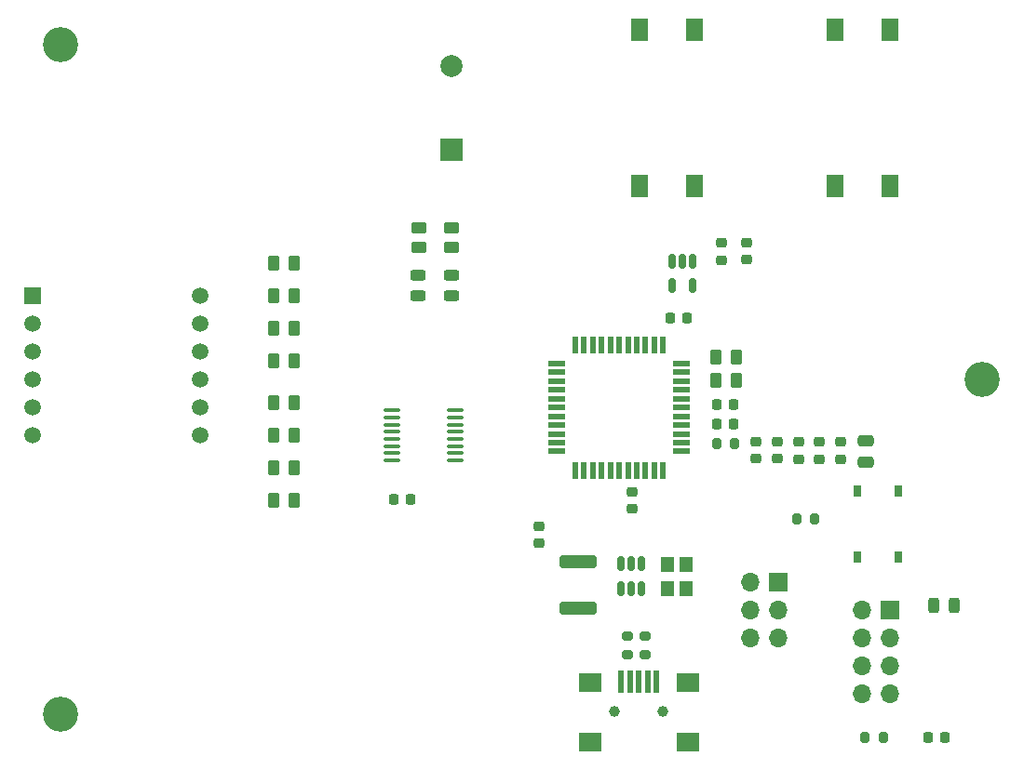
<source format=gbr>
%TF.GenerationSoftware,KiCad,Pcbnew,(7.0.0)*%
%TF.CreationDate,2023-04-20T13:17:43-06:00*%
%TF.ProjectId,Phase_B_ATMEGA_Considine_Final,50686173-655f-4425-9f41-544d4547415f,rev?*%
%TF.SameCoordinates,Original*%
%TF.FileFunction,Soldermask,Top*%
%TF.FilePolarity,Negative*%
%FSLAX46Y46*%
G04 Gerber Fmt 4.6, Leading zero omitted, Abs format (unit mm)*
G04 Created by KiCad (PCBNEW (7.0.0)) date 2023-04-20 13:17:43*
%MOMM*%
%LPD*%
G01*
G04 APERTURE LIST*
G04 Aperture macros list*
%AMRoundRect*
0 Rectangle with rounded corners*
0 $1 Rounding radius*
0 $2 $3 $4 $5 $6 $7 $8 $9 X,Y pos of 4 corners*
0 Add a 4 corners polygon primitive as box body*
4,1,4,$2,$3,$4,$5,$6,$7,$8,$9,$2,$3,0*
0 Add four circle primitives for the rounded corners*
1,1,$1+$1,$2,$3*
1,1,$1+$1,$4,$5*
1,1,$1+$1,$6,$7*
1,1,$1+$1,$8,$9*
0 Add four rect primitives between the rounded corners*
20,1,$1+$1,$2,$3,$4,$5,0*
20,1,$1+$1,$4,$5,$6,$7,0*
20,1,$1+$1,$6,$7,$8,$9,0*
20,1,$1+$1,$8,$9,$2,$3,0*%
G04 Aperture macros list end*
%ADD10RoundRect,0.250000X0.450000X-0.262500X0.450000X0.262500X-0.450000X0.262500X-0.450000X-0.262500X0*%
%ADD11R,1.700000X1.700000*%
%ADD12O,1.700000X1.700000*%
%ADD13RoundRect,0.225000X0.250000X-0.225000X0.250000X0.225000X-0.250000X0.225000X-0.250000X-0.225000X0*%
%ADD14RoundRect,0.200000X-0.200000X-0.275000X0.200000X-0.275000X0.200000X0.275000X-0.200000X0.275000X0*%
%ADD15RoundRect,0.250000X-0.262500X-0.450000X0.262500X-0.450000X0.262500X0.450000X-0.262500X0.450000X0*%
%ADD16C,1.000000*%
%ADD17R,0.500000X2.000000*%
%ADD18R,2.000000X1.700000*%
%ADD19RoundRect,0.150000X-0.150000X0.512500X-0.150000X-0.512500X0.150000X-0.512500X0.150000X0.512500X0*%
%ADD20RoundRect,0.250000X1.450000X-0.312500X1.450000X0.312500X-1.450000X0.312500X-1.450000X-0.312500X0*%
%ADD21R,0.550000X1.500000*%
%ADD22R,1.500000X0.550000*%
%ADD23RoundRect,0.243750X0.456250X-0.243750X0.456250X0.243750X-0.456250X0.243750X-0.456250X-0.243750X0*%
%ADD24RoundRect,0.225000X-0.225000X-0.250000X0.225000X-0.250000X0.225000X0.250000X-0.225000X0.250000X0*%
%ADD25R,1.500000X1.500000*%
%ADD26C,1.500000*%
%ADD27RoundRect,0.225000X0.225000X0.250000X-0.225000X0.250000X-0.225000X-0.250000X0.225000X-0.250000X0*%
%ADD28RoundRect,0.100000X-0.637500X-0.100000X0.637500X-0.100000X0.637500X0.100000X-0.637500X0.100000X0*%
%ADD29R,1.500000X2.000000*%
%ADD30C,3.200000*%
%ADD31RoundRect,0.250000X0.475000X-0.250000X0.475000X0.250000X-0.475000X0.250000X-0.475000X-0.250000X0*%
%ADD32R,2.000000X2.000000*%
%ADD33C,2.000000*%
%ADD34RoundRect,0.200000X0.200000X0.275000X-0.200000X0.275000X-0.200000X-0.275000X0.200000X-0.275000X0*%
%ADD35RoundRect,0.200000X0.275000X-0.200000X0.275000X0.200000X-0.275000X0.200000X-0.275000X-0.200000X0*%
%ADD36R,1.200000X1.400000*%
%ADD37RoundRect,0.225000X-0.250000X0.225000X-0.250000X-0.225000X0.250000X-0.225000X0.250000X0.225000X0*%
%ADD38R,0.700000X1.000000*%
%ADD39RoundRect,0.150000X0.150000X-0.512500X0.150000X0.512500X-0.150000X0.512500X-0.150000X-0.512500X0*%
%ADD40RoundRect,0.243750X-0.243750X-0.456250X0.243750X-0.456250X0.243750X0.456250X-0.243750X0.456250X0*%
G04 APERTURE END LIST*
D10*
%TO.C,R3*%
X136750000Y-76865000D03*
X136750000Y-75040000D03*
%TD*%
D11*
%TO.C,J1*%
X169422499Y-107334999D03*
D12*
X166882499Y-107334999D03*
X169422499Y-109874999D03*
X166882499Y-109874999D03*
X169422499Y-112414999D03*
X166882499Y-112414999D03*
%TD*%
D13*
%TO.C,C13*%
X175108300Y-96132900D03*
X175108300Y-94582900D03*
%TD*%
%TO.C,C5*%
X167368100Y-96088900D03*
X167368100Y-94538900D03*
%TD*%
D14*
%TO.C,R17*%
X177290400Y-121500500D03*
X178940400Y-121500500D03*
%TD*%
D15*
%TO.C,R1*%
X163751300Y-86862800D03*
X165576300Y-86862800D03*
%TD*%
D16*
%TO.C,MicroUSB*%
X154522500Y-119070000D03*
X158922500Y-119070000D03*
D17*
X155122499Y-116369999D03*
X155922499Y-116369999D03*
X156722499Y-116369999D03*
X157522499Y-116369999D03*
X158322499Y-116369999D03*
D18*
X152272499Y-116469999D03*
X152272499Y-121919999D03*
X161172499Y-116469999D03*
X161172499Y-121919999D03*
%TD*%
D19*
%TO.C,U5*%
X161633100Y-78092000D03*
X160683100Y-78092000D03*
X159733100Y-78092000D03*
X159733100Y-80367000D03*
X161633100Y-80367000D03*
%TD*%
D15*
%TO.C,R6*%
X123547500Y-81280000D03*
X125372500Y-81280000D03*
%TD*%
D20*
%TO.C,F1*%
X151188400Y-109718100D03*
X151188400Y-105443100D03*
%TD*%
D21*
%TO.C,MPU*%
X150939999Y-97139999D03*
X151739999Y-97139999D03*
X152539999Y-97139999D03*
X153339999Y-97139999D03*
X154139999Y-97139999D03*
X154939999Y-97139999D03*
X155739999Y-97139999D03*
X156539999Y-97139999D03*
X157339999Y-97139999D03*
X158139999Y-97139999D03*
X158939999Y-97139999D03*
D22*
X160639999Y-95439999D03*
X160639999Y-94639999D03*
X160639999Y-93839999D03*
X160639999Y-93039999D03*
X160639999Y-92239999D03*
X160639999Y-91439999D03*
X160639999Y-90639999D03*
X160639999Y-89839999D03*
X160639999Y-89039999D03*
X160639999Y-88239999D03*
X160639999Y-87439999D03*
D21*
X158939999Y-85739999D03*
X158139999Y-85739999D03*
X157339999Y-85739999D03*
X156539999Y-85739999D03*
X155739999Y-85739999D03*
X154939999Y-85739999D03*
X154139999Y-85739999D03*
X153339999Y-85739999D03*
X152539999Y-85739999D03*
X151739999Y-85739999D03*
X150939999Y-85739999D03*
D22*
X149239999Y-87439999D03*
X149239999Y-88239999D03*
X149239999Y-89039999D03*
X149239999Y-89839999D03*
X149239999Y-90639999D03*
X149239999Y-91439999D03*
X149239999Y-92239999D03*
X149239999Y-93039999D03*
X149239999Y-93839999D03*
X149239999Y-94639999D03*
X149239999Y-95439999D03*
%TD*%
D23*
%TO.C,D1*%
X136660000Y-81280000D03*
X136660000Y-79405000D03*
%TD*%
D24*
%TO.C,C3*%
X163839300Y-92919800D03*
X165389300Y-92919800D03*
%TD*%
D25*
%TO.C,U1*%
X101599999Y-81279999D03*
D26*
X101600000Y-83820000D03*
X101600000Y-86360000D03*
X101600000Y-88900000D03*
X101600000Y-91440000D03*
X101600000Y-93980000D03*
X116840000Y-93980000D03*
X116840000Y-91440000D03*
X116840000Y-88900000D03*
X116840000Y-86360000D03*
X116840000Y-83820000D03*
X116840000Y-81280000D03*
%TD*%
D27*
%TO.C,C15*%
X161116200Y-83299800D03*
X159566200Y-83299800D03*
%TD*%
D28*
%TO.C,U2*%
X134297500Y-91705000D03*
X134297500Y-92355000D03*
X134297500Y-93005000D03*
X134297500Y-93655000D03*
X134297500Y-94305000D03*
X134297500Y-94955000D03*
X134297500Y-95605000D03*
X134297500Y-96255000D03*
X140022500Y-96255000D03*
X140022500Y-95605000D03*
X140022500Y-94955000D03*
X140022500Y-94305000D03*
X140022500Y-93655000D03*
X140022500Y-93005000D03*
X140022500Y-92355000D03*
X140022500Y-91705000D03*
%TD*%
D29*
%TO.C,Increment*%
X174542499Y-71304999D03*
X174542499Y-57004999D03*
X179542499Y-71304999D03*
X179542499Y-57004999D03*
%TD*%
D13*
%TO.C,C1*%
X171241100Y-96132900D03*
X171241100Y-94582900D03*
%TD*%
D14*
%TO.C,R16*%
X171070000Y-101600000D03*
X172720000Y-101600000D03*
%TD*%
D30*
%TO.C,MOUNT*%
X187960000Y-88900000D03*
%TD*%
%TO.C,MOUNT*%
X104140000Y-58420000D03*
%TD*%
%TO.C,MOUNT*%
X104140000Y-119380000D03*
%TD*%
D27*
%TO.C,C12*%
X135967800Y-99840800D03*
X134417800Y-99840800D03*
%TD*%
D31*
%TO.C,C8*%
X177405100Y-96409200D03*
X177405100Y-94509200D03*
%TD*%
D15*
%TO.C,R11*%
X123547500Y-96930000D03*
X125372500Y-96930000D03*
%TD*%
%TO.C,R12*%
X123547500Y-99880000D03*
X125372500Y-99880000D03*
%TD*%
D32*
%TO.C,Buzzer*%
X139699999Y-67954999D03*
D33*
X139700000Y-60355000D03*
%TD*%
D34*
%TO.C,R13*%
X165446000Y-94727200D03*
X163796000Y-94727200D03*
%TD*%
D23*
%TO.C,D2*%
X139700000Y-81280000D03*
X139700000Y-79405000D03*
%TD*%
D35*
%TO.C,R14*%
X157346114Y-113928807D03*
X157346114Y-112278807D03*
%TD*%
D15*
%TO.C,R2*%
X163754900Y-88990300D03*
X165579900Y-88990300D03*
%TD*%
D13*
%TO.C,C6*%
X173142200Y-96132900D03*
X173142200Y-94582900D03*
%TD*%
D24*
%TO.C,C14*%
X183002700Y-121500500D03*
X184552700Y-121500500D03*
%TD*%
D36*
%TO.C,Y1*%
X161016999Y-107917599D03*
X161016999Y-105717599D03*
X159316999Y-105717599D03*
X159316999Y-107917599D03*
%TD*%
D15*
%TO.C,R5*%
X123547500Y-78330000D03*
X125372500Y-78330000D03*
%TD*%
D10*
%TO.C,R4*%
X139700000Y-76865000D03*
X139700000Y-75040000D03*
%TD*%
D15*
%TO.C,R10*%
X123547500Y-93980000D03*
X125372500Y-93980000D03*
%TD*%
D27*
%TO.C,C2*%
X165386900Y-91194000D03*
X163836900Y-91194000D03*
%TD*%
D37*
%TO.C,C9*%
X147655170Y-103781111D03*
X147655170Y-102231111D03*
%TD*%
D38*
%TO.C,RST*%
X180339999Y-99059999D03*
X180339999Y-105059999D03*
X176639999Y-99059999D03*
X176639999Y-105059999D03*
%TD*%
D37*
%TO.C,C11*%
X164217200Y-76450500D03*
X164217200Y-78000500D03*
%TD*%
D13*
%TO.C,C4*%
X169307100Y-96109500D03*
X169307100Y-94559500D03*
%TD*%
%TO.C,C10*%
X156102800Y-100679700D03*
X156102800Y-99129700D03*
%TD*%
D39*
%TO.C,U4*%
X155066800Y-107914400D03*
X156016800Y-107914400D03*
X156966800Y-107914400D03*
X156966800Y-105639400D03*
X156016800Y-105639400D03*
X155066800Y-105639400D03*
%TD*%
D15*
%TO.C,R9*%
X123547500Y-91030000D03*
X125372500Y-91030000D03*
%TD*%
%TO.C,R7*%
X123547500Y-84230000D03*
X125372500Y-84230000D03*
%TD*%
D37*
%TO.C,C7*%
X166537800Y-76436700D03*
X166537800Y-77986700D03*
%TD*%
D15*
%TO.C,R8*%
X123547500Y-87180000D03*
X125372500Y-87180000D03*
%TD*%
D11*
%TO.C,J3*%
X179582499Y-109874999D03*
D12*
X177042499Y-109874999D03*
X179582499Y-112414999D03*
X177042499Y-112414999D03*
X179582499Y-114954999D03*
X177042499Y-114954999D03*
X179582499Y-117494999D03*
X177042499Y-117494999D03*
%TD*%
D40*
%TO.C,D3*%
X183542100Y-109439900D03*
X185417100Y-109439900D03*
%TD*%
D35*
%TO.C,R15*%
X155706013Y-113902172D03*
X155706013Y-112252172D03*
%TD*%
D29*
%TO.C,Start/Stop*%
X161762499Y-57004999D03*
X161762499Y-71304999D03*
X156762499Y-57004999D03*
X156762499Y-71304999D03*
%TD*%
M02*

</source>
